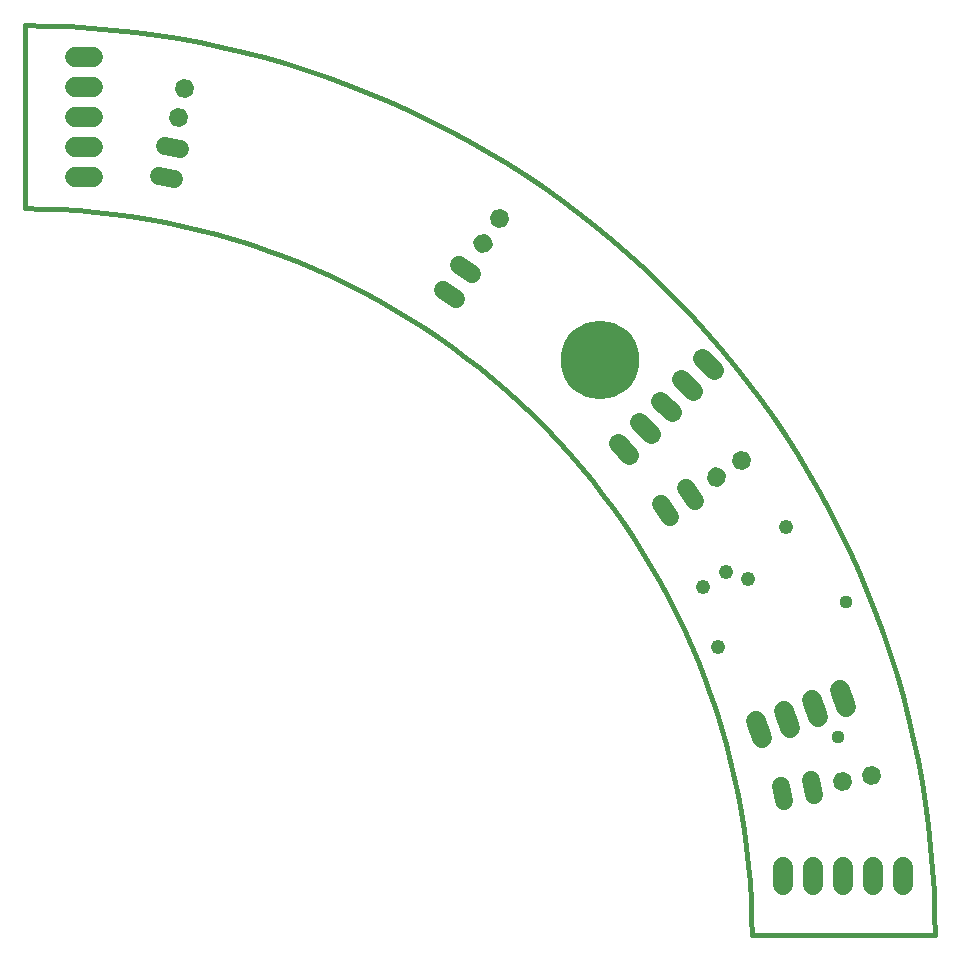
<source format=gbs>
G75*
%MOIN*%
%OFA0B0*%
%FSLAX25Y25*%
%IPPOS*%
%LPD*%
%AMOC8*
5,1,8,0,0,1.08239X$1,22.5*
%
%ADD10C,0.01600*%
%ADD11C,0.01200*%
%ADD12C,0.06000*%
%ADD13C,0.06800*%
%ADD14C,0.06400*%
%ADD15C,0.26200*%
%ADD16C,0.04762*%
%ADD17C,0.04369*%
D10*
X0050737Y0333847D02*
X0058061Y0333758D01*
X0065381Y0333493D01*
X0072693Y0333051D01*
X0079991Y0332432D01*
X0087273Y0331637D01*
X0094533Y0330666D01*
X0101768Y0329520D01*
X0108973Y0328200D01*
X0116143Y0326706D01*
X0123276Y0325039D01*
X0130366Y0323200D01*
X0137410Y0321191D01*
X0144403Y0319012D01*
X0151342Y0316664D01*
X0158221Y0314150D01*
X0165038Y0311470D01*
X0171788Y0308626D01*
X0178468Y0305620D01*
X0185073Y0302453D01*
X0191599Y0299128D01*
X0198043Y0295645D01*
X0204402Y0292009D01*
X0210670Y0288219D01*
X0216845Y0284279D01*
X0222923Y0280192D01*
X0228901Y0275958D01*
X0234774Y0271581D01*
X0240540Y0267064D01*
X0246195Y0262409D01*
X0251736Y0257618D01*
X0257160Y0252695D01*
X0262463Y0247642D01*
X0267642Y0242463D01*
X0272695Y0237160D01*
X0277618Y0231736D01*
X0282409Y0226195D01*
X0287064Y0220540D01*
X0291581Y0214774D01*
X0295958Y0208901D01*
X0300192Y0202923D01*
X0304279Y0196845D01*
X0308219Y0190670D01*
X0312009Y0184402D01*
X0315645Y0178043D01*
X0319128Y0171599D01*
X0322453Y0165073D01*
X0325620Y0158468D01*
X0328626Y0151788D01*
X0331470Y0145038D01*
X0334150Y0138221D01*
X0336664Y0131342D01*
X0339012Y0124403D01*
X0341191Y0117410D01*
X0343200Y0110366D01*
X0345039Y0103276D01*
X0346706Y0096143D01*
X0348200Y0088973D01*
X0349520Y0081768D01*
X0350666Y0074533D01*
X0351637Y0067273D01*
X0352432Y0059991D01*
X0353051Y0052693D01*
X0353493Y0045381D01*
X0353758Y0038061D01*
X0353847Y0030737D01*
X0292824Y0030737D01*
X0292753Y0036587D01*
X0292541Y0042433D01*
X0292188Y0048273D01*
X0291694Y0054102D01*
X0291059Y0059917D01*
X0290284Y0065716D01*
X0289368Y0071494D01*
X0288314Y0077248D01*
X0287121Y0082976D01*
X0285789Y0088672D01*
X0284321Y0094335D01*
X0282716Y0099961D01*
X0280975Y0105546D01*
X0279101Y0111088D01*
X0277092Y0116582D01*
X0274952Y0122027D01*
X0272680Y0127418D01*
X0270279Y0132753D01*
X0267750Y0138028D01*
X0265094Y0143240D01*
X0262313Y0148387D01*
X0259409Y0153465D01*
X0256382Y0158472D01*
X0253236Y0163404D01*
X0249971Y0168258D01*
X0246589Y0173032D01*
X0243094Y0177723D01*
X0239486Y0182328D01*
X0235768Y0186845D01*
X0231942Y0191270D01*
X0228010Y0195602D01*
X0223974Y0199838D01*
X0219838Y0203974D01*
X0215602Y0208010D01*
X0211270Y0211942D01*
X0206845Y0215768D01*
X0202328Y0219486D01*
X0197723Y0223094D01*
X0193032Y0226589D01*
X0188258Y0229971D01*
X0183404Y0233236D01*
X0178472Y0236382D01*
X0173465Y0239409D01*
X0168387Y0242313D01*
X0163240Y0245094D01*
X0158028Y0247750D01*
X0152753Y0250279D01*
X0147418Y0252680D01*
X0142027Y0254952D01*
X0136582Y0257092D01*
X0131088Y0259101D01*
X0125546Y0260975D01*
X0119961Y0262716D01*
X0114335Y0264321D01*
X0108672Y0265789D01*
X0102976Y0267121D01*
X0097248Y0268314D01*
X0091494Y0269368D01*
X0085716Y0270284D01*
X0079917Y0271059D01*
X0074102Y0271694D01*
X0068273Y0272188D01*
X0062433Y0272541D01*
X0056587Y0272753D01*
X0050737Y0272824D01*
X0050737Y0333847D01*
D11*
X0100920Y0301559D02*
X0100320Y0300959D01*
X0099217Y0302613D01*
X0099607Y0304562D01*
X0101261Y0305665D01*
X0103210Y0305275D01*
X0104313Y0303621D01*
X0103923Y0301672D01*
X0102269Y0300569D01*
X0100320Y0300959D01*
X0100863Y0301768D01*
X0100173Y0302802D01*
X0100416Y0304019D01*
X0101450Y0304709D01*
X0102667Y0304466D01*
X0103357Y0303432D01*
X0103114Y0302215D01*
X0102080Y0301525D01*
X0100863Y0301768D01*
X0101405Y0302578D01*
X0101129Y0302992D01*
X0101226Y0303477D01*
X0101640Y0303753D01*
X0102125Y0303656D01*
X0102401Y0303242D01*
X0102304Y0302757D01*
X0101890Y0302481D01*
X0101405Y0302578D01*
X0102880Y0311366D02*
X0102280Y0310766D01*
X0101177Y0312420D01*
X0101567Y0314369D01*
X0103221Y0315472D01*
X0105170Y0315082D01*
X0106273Y0313428D01*
X0105883Y0311479D01*
X0104229Y0310376D01*
X0102280Y0310766D01*
X0102823Y0311575D01*
X0102133Y0312609D01*
X0102376Y0313826D01*
X0103410Y0314516D01*
X0104627Y0314273D01*
X0105317Y0313239D01*
X0105074Y0312022D01*
X0104040Y0311332D01*
X0102823Y0311575D01*
X0103365Y0312385D01*
X0103089Y0312799D01*
X0103186Y0313284D01*
X0103600Y0313560D01*
X0104085Y0313463D01*
X0104361Y0313049D01*
X0104264Y0312564D01*
X0103850Y0312288D01*
X0103365Y0312385D01*
X0201759Y0260220D02*
X0201159Y0259620D01*
X0200769Y0261569D01*
X0201872Y0263223D01*
X0203821Y0263613D01*
X0205475Y0262510D01*
X0205865Y0260561D01*
X0204762Y0258907D01*
X0202813Y0258517D01*
X0201159Y0259620D01*
X0201969Y0260162D01*
X0201725Y0261380D01*
X0202414Y0262413D01*
X0203632Y0262657D01*
X0204665Y0261968D01*
X0204909Y0260750D01*
X0204220Y0259717D01*
X0203002Y0259473D01*
X0201969Y0260162D01*
X0202778Y0260704D01*
X0202681Y0261191D01*
X0202956Y0261604D01*
X0203443Y0261701D01*
X0203856Y0261426D01*
X0203953Y0260939D01*
X0203678Y0260526D01*
X0203191Y0260429D01*
X0202778Y0260704D01*
X0207308Y0268540D02*
X0206708Y0267940D01*
X0206318Y0269889D01*
X0207421Y0271543D01*
X0209370Y0271933D01*
X0211024Y0270830D01*
X0211414Y0268881D01*
X0210311Y0267227D01*
X0208362Y0266837D01*
X0206708Y0267940D01*
X0207518Y0268482D01*
X0207274Y0269700D01*
X0207963Y0270733D01*
X0209181Y0270977D01*
X0210214Y0270288D01*
X0210458Y0269070D01*
X0209769Y0268037D01*
X0208551Y0267793D01*
X0207518Y0268482D01*
X0208327Y0269024D01*
X0208230Y0269511D01*
X0208505Y0269924D01*
X0208992Y0270021D01*
X0209405Y0269746D01*
X0209502Y0269259D01*
X0209227Y0268846D01*
X0208740Y0268749D01*
X0208327Y0269024D01*
X0287433Y0188964D02*
X0286833Y0188364D01*
X0287219Y0190314D01*
X0288871Y0191420D01*
X0290821Y0191034D01*
X0291927Y0189382D01*
X0291541Y0187432D01*
X0289889Y0186326D01*
X0287939Y0186712D01*
X0286833Y0188364D01*
X0287789Y0188555D01*
X0288030Y0189774D01*
X0289062Y0190464D01*
X0290281Y0190223D01*
X0290971Y0189191D01*
X0290730Y0187972D01*
X0289698Y0187282D01*
X0288479Y0187523D01*
X0287789Y0188555D01*
X0288744Y0188746D01*
X0288841Y0189233D01*
X0289253Y0189509D01*
X0289740Y0189412D01*
X0290016Y0189000D01*
X0289919Y0188513D01*
X0289507Y0188237D01*
X0289020Y0188334D01*
X0288744Y0188746D01*
X0279123Y0183401D02*
X0278523Y0182801D01*
X0278909Y0184751D01*
X0280561Y0185857D01*
X0282511Y0185471D01*
X0283617Y0183819D01*
X0283231Y0181869D01*
X0281579Y0180763D01*
X0279629Y0181149D01*
X0278523Y0182801D01*
X0279479Y0182992D01*
X0279720Y0184211D01*
X0280752Y0184901D01*
X0281971Y0184660D01*
X0282661Y0183628D01*
X0282420Y0182409D01*
X0281388Y0181719D01*
X0280169Y0181960D01*
X0279479Y0182992D01*
X0280434Y0183183D01*
X0280531Y0183670D01*
X0280943Y0183946D01*
X0281430Y0183849D01*
X0281706Y0183437D01*
X0281609Y0182950D01*
X0281197Y0182674D01*
X0280710Y0182771D01*
X0280434Y0183183D01*
X0330976Y0083629D02*
X0330376Y0084229D01*
X0331479Y0085883D01*
X0333428Y0086273D01*
X0335082Y0085170D01*
X0335472Y0083221D01*
X0334369Y0081567D01*
X0332420Y0081177D01*
X0330766Y0082280D01*
X0330376Y0084229D01*
X0331332Y0084040D01*
X0332022Y0085074D01*
X0333239Y0085317D01*
X0334273Y0084627D01*
X0334516Y0083410D01*
X0333826Y0082376D01*
X0332609Y0082133D01*
X0331575Y0082823D01*
X0331332Y0084040D01*
X0332288Y0083850D01*
X0332564Y0084264D01*
X0333049Y0084361D01*
X0333463Y0084085D01*
X0333560Y0083600D01*
X0333284Y0083186D01*
X0332799Y0083089D01*
X0332385Y0083365D01*
X0332288Y0083850D01*
X0321169Y0081669D02*
X0320569Y0082269D01*
X0321672Y0083923D01*
X0323621Y0084313D01*
X0325275Y0083210D01*
X0325665Y0081261D01*
X0324562Y0079607D01*
X0322613Y0079217D01*
X0320959Y0080320D01*
X0320569Y0082269D01*
X0321525Y0082080D01*
X0322215Y0083114D01*
X0323432Y0083357D01*
X0324466Y0082667D01*
X0324709Y0081450D01*
X0324019Y0080416D01*
X0322802Y0080173D01*
X0321768Y0080863D01*
X0321525Y0082080D01*
X0322481Y0081890D01*
X0322757Y0082304D01*
X0323242Y0082401D01*
X0323656Y0082125D01*
X0323753Y0081640D01*
X0323477Y0081226D01*
X0322992Y0081129D01*
X0322578Y0081405D01*
X0322481Y0081890D01*
D12*
X0312493Y0082298D02*
X0313512Y0077199D01*
X0303706Y0075239D02*
X0302687Y0080338D01*
X0265588Y0169850D02*
X0262695Y0174171D01*
X0271005Y0179734D02*
X0273897Y0175413D01*
X0194181Y0242694D02*
X0189855Y0245579D01*
X0195403Y0253898D02*
X0199729Y0251013D01*
X0100338Y0282687D02*
X0095239Y0283706D01*
X0097199Y0293512D02*
X0102298Y0292493D01*
D13*
X0073422Y0293335D02*
X0067422Y0293335D01*
X0067422Y0283335D02*
X0073422Y0283335D01*
X0073422Y0303335D02*
X0067422Y0303335D01*
X0067422Y0313335D02*
X0073422Y0313335D01*
X0073422Y0323335D02*
X0067422Y0323335D01*
X0294179Y0101989D02*
X0296231Y0096351D01*
X0305628Y0099771D02*
X0303575Y0105409D01*
X0312972Y0108829D02*
X0315025Y0103191D01*
X0324421Y0106611D02*
X0322369Y0112249D01*
X0323335Y0053422D02*
X0323335Y0047422D01*
X0333335Y0047422D02*
X0333335Y0053422D01*
X0343335Y0053422D02*
X0343335Y0047422D01*
X0313335Y0047422D02*
X0313335Y0053422D01*
X0303335Y0053422D02*
X0303335Y0047422D01*
D14*
X0252138Y0190678D02*
X0248178Y0194638D01*
X0255249Y0201709D02*
X0259209Y0197749D01*
X0266280Y0204820D02*
X0262320Y0208780D01*
X0269391Y0215851D02*
X0273351Y0211891D01*
X0280422Y0218962D02*
X0276462Y0222922D01*
D15*
X0242351Y0222351D03*
D16*
X0304300Y0166800D03*
X0291800Y0149300D03*
X0284300Y0151800D03*
X0276800Y0146800D03*
X0281800Y0126800D03*
D17*
X0321800Y0096800D03*
X0324300Y0141800D03*
M02*

</source>
